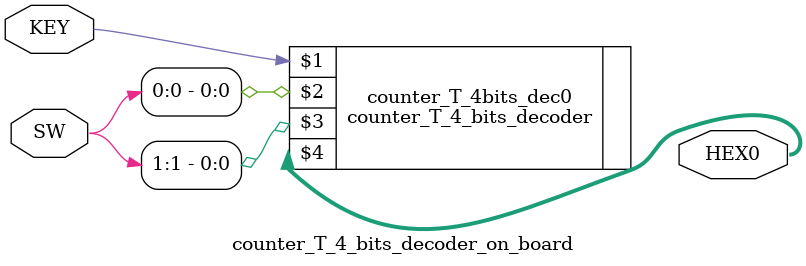
<source format=v>
module counter_T_4_bits_decoder_on_board(input [0:0] KEY,
													  input [1:0] SW, 
													  output [0:6] HEX0);
													  
	counter_T_4_bits_decoder counter_T_4bits_dec0(KEY[0], SW[0], SW[1], HEX0[0:6]);

endmodule

</source>
